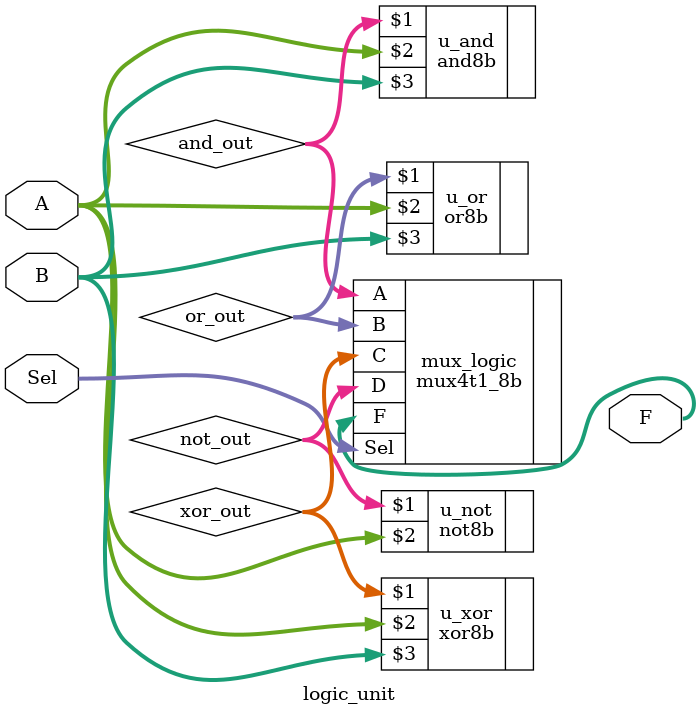
<source format=v>
`include "and8b.v"
`include "or8b.v"
`include "xor8b.v"
`include "not8b.v"
`include "mux4t1_8b.v"

module logic_unit(
    output wire [7:0] F,
    input wire [7:0] A,
    input wire [7:0] B,
    input wire [1:0] Sel
);

    wire [7:0] and_out, or_out, xor_out, not_out;

    and8b u_and (and_out, A, B);
    or8b  u_or  (or_out, A, B);
    xor8b u_xor (xor_out, A, B);
    not8b u_not (not_out, A);

    mux4t1_8b mux_logic (
        .F(F),
        .A(and_out),    // Sel = 00 → AND
        .B(or_out),     // Sel = 01 → OR
        .C(xor_out),    // Sel = 10 → XOR
        .D(not_out),    // Sel = 11 → NOT A
        .Sel(Sel)
    );

endmodule

</source>
